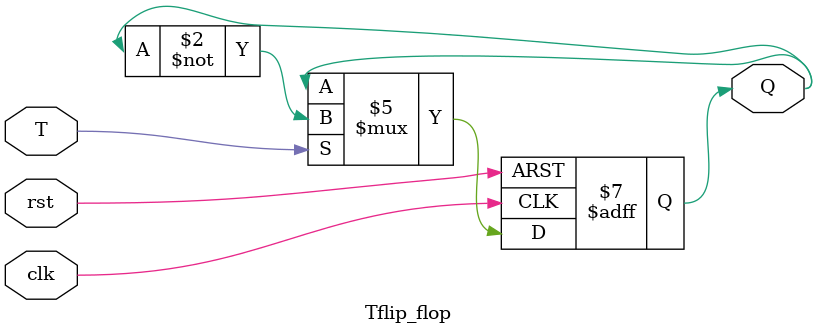
<source format=v>
module Tflip_flop (
    input  wire clk, rst, T,
    output reg Q 	  
);

  initial begin
     Q<=1'b0;
	 end
  
  
	 always @(posedge clk or posedge rst) begin
	
        if (rst)
            Q <= 1'b0;       // Reset
        else if (T)
            Q <= ~Q;         // Toggle if T=1
        else
            Q <= Q;          // Hold if T=0
    end
endmodule

</source>
